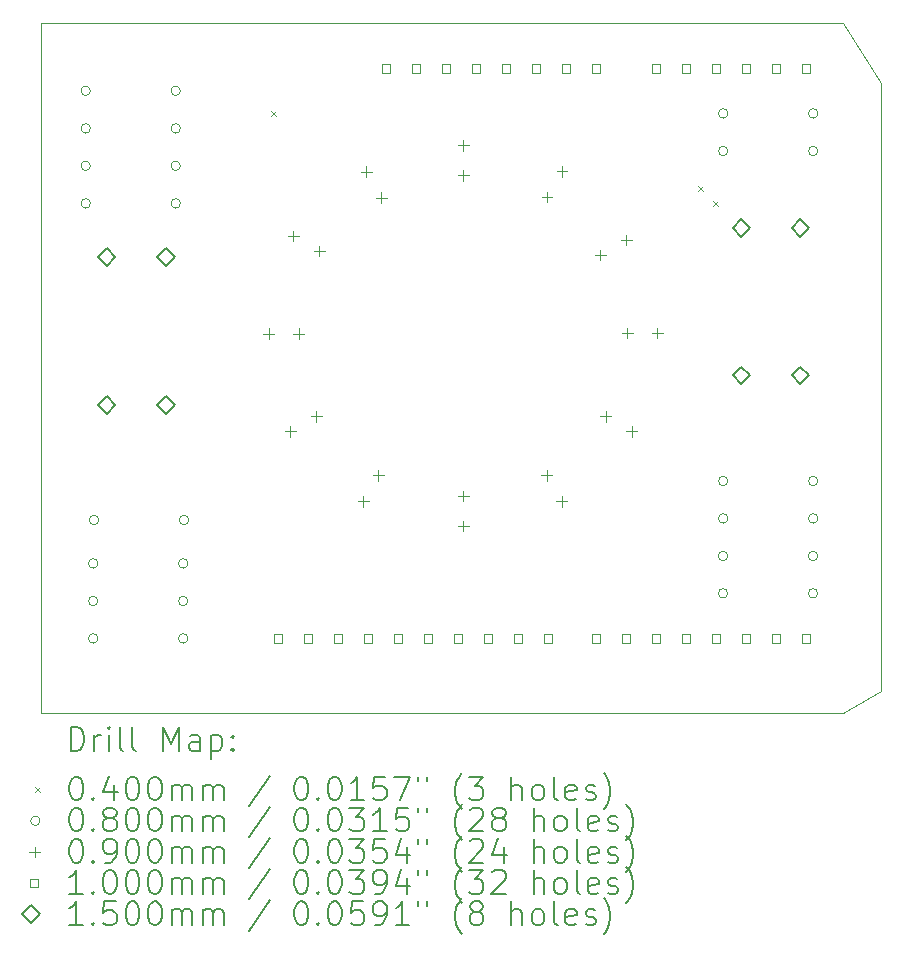
<source format=gbr>
%TF.GenerationSoftware,KiCad,Pcbnew,(6.0.7)*%
%TF.CreationDate,2022-08-22T17:27:30+09:00*%
%TF.ProjectId,LED_RL_SD,4c45445f-524c-45f5-9344-2e6b69636164,rev?*%
%TF.SameCoordinates,Original*%
%TF.FileFunction,Drillmap*%
%TF.FilePolarity,Positive*%
%FSLAX45Y45*%
G04 Gerber Fmt 4.5, Leading zero omitted, Abs format (unit mm)*
G04 Created by KiCad (PCBNEW (6.0.7)) date 2022-08-22 17:27:30*
%MOMM*%
%LPD*%
G01*
G04 APERTURE LIST*
%ADD10C,0.100000*%
%ADD11C,0.200000*%
%ADD12C,0.040000*%
%ADD13C,0.080000*%
%ADD14C,0.090000*%
%ADD15C,0.150000*%
G04 APERTURE END LIST*
D10*
X12192000Y-9461500D02*
X12192000Y-3619500D01*
X18986500Y-9461500D02*
X12192000Y-9461500D01*
X19304000Y-9271000D02*
X18986500Y-9461500D01*
X19304000Y-4127500D02*
X19304000Y-9271000D01*
X18986500Y-3619500D02*
X19304000Y-4127500D01*
X12192000Y-3619500D02*
X18986500Y-3619500D01*
D11*
D12*
X14140500Y-4361500D02*
X14180500Y-4401500D01*
X14180500Y-4361500D02*
X14140500Y-4401500D01*
X17760000Y-4996500D02*
X17800000Y-5036500D01*
X17800000Y-4996500D02*
X17760000Y-5036500D01*
X17887000Y-5123500D02*
X17927000Y-5163500D01*
X17927000Y-5123500D02*
X17887000Y-5163500D01*
D13*
X12613000Y-4191000D02*
G75*
G03*
X12613000Y-4191000I-40000J0D01*
G01*
X12613000Y-4508500D02*
G75*
G03*
X12613000Y-4508500I-40000J0D01*
G01*
X12613000Y-4826000D02*
G75*
G03*
X12613000Y-4826000I-40000J0D01*
G01*
X12613000Y-5143500D02*
G75*
G03*
X12613000Y-5143500I-40000J0D01*
G01*
X12676500Y-8191500D02*
G75*
G03*
X12676500Y-8191500I-40000J0D01*
G01*
X12676500Y-8509000D02*
G75*
G03*
X12676500Y-8509000I-40000J0D01*
G01*
X12676500Y-8826500D02*
G75*
G03*
X12676500Y-8826500I-40000J0D01*
G01*
X12684000Y-7823500D02*
G75*
G03*
X12684000Y-7823500I-40000J0D01*
G01*
X13375000Y-4191000D02*
G75*
G03*
X13375000Y-4191000I-40000J0D01*
G01*
X13375000Y-4508500D02*
G75*
G03*
X13375000Y-4508500I-40000J0D01*
G01*
X13375000Y-4826000D02*
G75*
G03*
X13375000Y-4826000I-40000J0D01*
G01*
X13375000Y-5143500D02*
G75*
G03*
X13375000Y-5143500I-40000J0D01*
G01*
X13438500Y-8191500D02*
G75*
G03*
X13438500Y-8191500I-40000J0D01*
G01*
X13438500Y-8509000D02*
G75*
G03*
X13438500Y-8509000I-40000J0D01*
G01*
X13438500Y-8826500D02*
G75*
G03*
X13438500Y-8826500I-40000J0D01*
G01*
X13446000Y-7823500D02*
G75*
G03*
X13446000Y-7823500I-40000J0D01*
G01*
X18009000Y-8128000D02*
G75*
G03*
X18009000Y-8128000I-40000J0D01*
G01*
X18009000Y-8445500D02*
G75*
G03*
X18009000Y-8445500I-40000J0D01*
G01*
X18010500Y-4381500D02*
G75*
G03*
X18010500Y-4381500I-40000J0D01*
G01*
X18010500Y-4699000D02*
G75*
G03*
X18010500Y-4699000I-40000J0D01*
G01*
X18010500Y-7493000D02*
G75*
G03*
X18010500Y-7493000I-40000J0D01*
G01*
X18010500Y-7810500D02*
G75*
G03*
X18010500Y-7810500I-40000J0D01*
G01*
X18771000Y-8128000D02*
G75*
G03*
X18771000Y-8128000I-40000J0D01*
G01*
X18771000Y-8445500D02*
G75*
G03*
X18771000Y-8445500I-40000J0D01*
G01*
X18772500Y-4381500D02*
G75*
G03*
X18772500Y-4381500I-40000J0D01*
G01*
X18772500Y-4699000D02*
G75*
G03*
X18772500Y-4699000I-40000J0D01*
G01*
X18772500Y-7493000D02*
G75*
G03*
X18772500Y-7493000I-40000J0D01*
G01*
X18772500Y-7810500D02*
G75*
G03*
X18772500Y-7810500I-40000J0D01*
G01*
D14*
X14121000Y-6200649D02*
X14121000Y-6290649D01*
X14076000Y-6245649D02*
X14166000Y-6245649D01*
X14305029Y-7027649D02*
X14305029Y-7117649D01*
X14260029Y-7072649D02*
X14350029Y-7072649D01*
X14330029Y-5373649D02*
X14330029Y-5463649D01*
X14285029Y-5418649D02*
X14375029Y-5418649D01*
X14375000Y-6200649D02*
X14375000Y-6290649D01*
X14330000Y-6245649D02*
X14420000Y-6245649D01*
X14525000Y-6900649D02*
X14525000Y-6990649D01*
X14480000Y-6945649D02*
X14570000Y-6945649D01*
X14550000Y-5500649D02*
X14550000Y-5590649D01*
X14505000Y-5545649D02*
X14595000Y-5545649D01*
X14923000Y-7620619D02*
X14923000Y-7710619D01*
X14878000Y-7665619D02*
X14968000Y-7665619D01*
X14948000Y-4830678D02*
X14948000Y-4920678D01*
X14903000Y-4875678D02*
X14993000Y-4875678D01*
X15050000Y-7400649D02*
X15050000Y-7490649D01*
X15005000Y-7445649D02*
X15095000Y-7445649D01*
X15075000Y-5050649D02*
X15075000Y-5140649D01*
X15030000Y-5095649D02*
X15120000Y-5095649D01*
X15771000Y-4607149D02*
X15771000Y-4697149D01*
X15726000Y-4652149D02*
X15816000Y-4652149D01*
X15771000Y-4861149D02*
X15771000Y-4951149D01*
X15726000Y-4906149D02*
X15816000Y-4906149D01*
X15771000Y-7575649D02*
X15771000Y-7665649D01*
X15726000Y-7620649D02*
X15816000Y-7620649D01*
X15771000Y-7829649D02*
X15771000Y-7919649D01*
X15726000Y-7874649D02*
X15816000Y-7874649D01*
X16475000Y-7400649D02*
X16475000Y-7490649D01*
X16430000Y-7445649D02*
X16520000Y-7445649D01*
X16480000Y-5045649D02*
X16480000Y-5135649D01*
X16435000Y-5090649D02*
X16525000Y-5090649D01*
X16602000Y-7620619D02*
X16602000Y-7710619D01*
X16557000Y-7665619D02*
X16647000Y-7665619D01*
X16607000Y-4825678D02*
X16607000Y-4915678D01*
X16562000Y-4870678D02*
X16652000Y-4870678D01*
X16930000Y-5535649D02*
X16930000Y-5625649D01*
X16885000Y-5580649D02*
X16975000Y-5580649D01*
X16975000Y-6900649D02*
X16975000Y-6990649D01*
X16930000Y-6945649D02*
X17020000Y-6945649D01*
X17149971Y-5408649D02*
X17149971Y-5498649D01*
X17104971Y-5453649D02*
X17194971Y-5453649D01*
X17160000Y-6194649D02*
X17160000Y-6284649D01*
X17115000Y-6239649D02*
X17205000Y-6239649D01*
X17194971Y-7027649D02*
X17194971Y-7117649D01*
X17149971Y-7072649D02*
X17239971Y-7072649D01*
X17414000Y-6194649D02*
X17414000Y-6284649D01*
X17369000Y-6239649D02*
X17459000Y-6239649D01*
D10*
X14234356Y-8861856D02*
X14234356Y-8791144D01*
X14163644Y-8791144D01*
X14163644Y-8861856D01*
X14234356Y-8861856D01*
X14488356Y-8861856D02*
X14488356Y-8791144D01*
X14417644Y-8791144D01*
X14417644Y-8861856D01*
X14488356Y-8861856D01*
X14742356Y-8861856D02*
X14742356Y-8791144D01*
X14671644Y-8791144D01*
X14671644Y-8861856D01*
X14742356Y-8861856D01*
X14996356Y-8861856D02*
X14996356Y-8791144D01*
X14925644Y-8791144D01*
X14925644Y-8861856D01*
X14996356Y-8861856D01*
X15148356Y-4035856D02*
X15148356Y-3965144D01*
X15077644Y-3965144D01*
X15077644Y-4035856D01*
X15148356Y-4035856D01*
X15250356Y-8861856D02*
X15250356Y-8791144D01*
X15179644Y-8791144D01*
X15179644Y-8861856D01*
X15250356Y-8861856D01*
X15402356Y-4035856D02*
X15402356Y-3965144D01*
X15331644Y-3965144D01*
X15331644Y-4035856D01*
X15402356Y-4035856D01*
X15504356Y-8861856D02*
X15504356Y-8791144D01*
X15433644Y-8791144D01*
X15433644Y-8861856D01*
X15504356Y-8861856D01*
X15656356Y-4035856D02*
X15656356Y-3965144D01*
X15585644Y-3965144D01*
X15585644Y-4035856D01*
X15656356Y-4035856D01*
X15758356Y-8861856D02*
X15758356Y-8791144D01*
X15687644Y-8791144D01*
X15687644Y-8861856D01*
X15758356Y-8861856D01*
X15910356Y-4035856D02*
X15910356Y-3965144D01*
X15839644Y-3965144D01*
X15839644Y-4035856D01*
X15910356Y-4035856D01*
X16012356Y-8861856D02*
X16012356Y-8791144D01*
X15941644Y-8791144D01*
X15941644Y-8861856D01*
X16012356Y-8861856D01*
X16164356Y-4035856D02*
X16164356Y-3965144D01*
X16093644Y-3965144D01*
X16093644Y-4035856D01*
X16164356Y-4035856D01*
X16266356Y-8861856D02*
X16266356Y-8791144D01*
X16195644Y-8791144D01*
X16195644Y-8861856D01*
X16266356Y-8861856D01*
X16418356Y-4035856D02*
X16418356Y-3965144D01*
X16347644Y-3965144D01*
X16347644Y-4035856D01*
X16418356Y-4035856D01*
X16520356Y-8861856D02*
X16520356Y-8791144D01*
X16449644Y-8791144D01*
X16449644Y-8861856D01*
X16520356Y-8861856D01*
X16672356Y-4035856D02*
X16672356Y-3965144D01*
X16601644Y-3965144D01*
X16601644Y-4035856D01*
X16672356Y-4035856D01*
X16926356Y-4035856D02*
X16926356Y-3965144D01*
X16855644Y-3965144D01*
X16855644Y-4035856D01*
X16926356Y-4035856D01*
X16926356Y-8861856D02*
X16926356Y-8791144D01*
X16855644Y-8791144D01*
X16855644Y-8861856D01*
X16926356Y-8861856D01*
X17180356Y-8861856D02*
X17180356Y-8791144D01*
X17109644Y-8791144D01*
X17109644Y-8861856D01*
X17180356Y-8861856D01*
X17434356Y-4035856D02*
X17434356Y-3965144D01*
X17363644Y-3965144D01*
X17363644Y-4035856D01*
X17434356Y-4035856D01*
X17434356Y-8861856D02*
X17434356Y-8791144D01*
X17363644Y-8791144D01*
X17363644Y-8861856D01*
X17434356Y-8861856D01*
X17688356Y-4035856D02*
X17688356Y-3965144D01*
X17617644Y-3965144D01*
X17617644Y-4035856D01*
X17688356Y-4035856D01*
X17688356Y-8861856D02*
X17688356Y-8791144D01*
X17617644Y-8791144D01*
X17617644Y-8861856D01*
X17688356Y-8861856D01*
X17942356Y-4035856D02*
X17942356Y-3965144D01*
X17871644Y-3965144D01*
X17871644Y-4035856D01*
X17942356Y-4035856D01*
X17942356Y-8861856D02*
X17942356Y-8791144D01*
X17871644Y-8791144D01*
X17871644Y-8861856D01*
X17942356Y-8861856D01*
X18196356Y-4035856D02*
X18196356Y-3965144D01*
X18125644Y-3965144D01*
X18125644Y-4035856D01*
X18196356Y-4035856D01*
X18196356Y-8861856D02*
X18196356Y-8791144D01*
X18125644Y-8791144D01*
X18125644Y-8861856D01*
X18196356Y-8861856D01*
X18450356Y-4035856D02*
X18450356Y-3965144D01*
X18379644Y-3965144D01*
X18379644Y-4035856D01*
X18450356Y-4035856D01*
X18450356Y-8861856D02*
X18450356Y-8791144D01*
X18379644Y-8791144D01*
X18379644Y-8861856D01*
X18450356Y-8861856D01*
X18704356Y-4035856D02*
X18704356Y-3965144D01*
X18633644Y-3965144D01*
X18633644Y-4035856D01*
X18704356Y-4035856D01*
X18704356Y-8861856D02*
X18704356Y-8791144D01*
X18633644Y-8791144D01*
X18633644Y-8861856D01*
X18704356Y-8861856D01*
D15*
X12750000Y-5673000D02*
X12825000Y-5598000D01*
X12750000Y-5523000D01*
X12675000Y-5598000D01*
X12750000Y-5673000D01*
X12750000Y-6923000D02*
X12825000Y-6848000D01*
X12750000Y-6773000D01*
X12675000Y-6848000D01*
X12750000Y-6923000D01*
X13250000Y-5673000D02*
X13325000Y-5598000D01*
X13250000Y-5523000D01*
X13175000Y-5598000D01*
X13250000Y-5673000D01*
X13250000Y-6923000D02*
X13325000Y-6848000D01*
X13250000Y-6773000D01*
X13175000Y-6848000D01*
X13250000Y-6923000D01*
X18125000Y-5425000D02*
X18200000Y-5350000D01*
X18125000Y-5275000D01*
X18050000Y-5350000D01*
X18125000Y-5425000D01*
X18125000Y-6675000D02*
X18200000Y-6600000D01*
X18125000Y-6525000D01*
X18050000Y-6600000D01*
X18125000Y-6675000D01*
X18625000Y-5425000D02*
X18700000Y-5350000D01*
X18625000Y-5275000D01*
X18550000Y-5350000D01*
X18625000Y-5425000D01*
X18625000Y-6675000D02*
X18700000Y-6600000D01*
X18625000Y-6525000D01*
X18550000Y-6600000D01*
X18625000Y-6675000D01*
D11*
X12444619Y-9776976D02*
X12444619Y-9576976D01*
X12492238Y-9576976D01*
X12520809Y-9586500D01*
X12539857Y-9605548D01*
X12549381Y-9624595D01*
X12558905Y-9662690D01*
X12558905Y-9691262D01*
X12549381Y-9729357D01*
X12539857Y-9748405D01*
X12520809Y-9767452D01*
X12492238Y-9776976D01*
X12444619Y-9776976D01*
X12644619Y-9776976D02*
X12644619Y-9643643D01*
X12644619Y-9681738D02*
X12654143Y-9662690D01*
X12663667Y-9653167D01*
X12682714Y-9643643D01*
X12701762Y-9643643D01*
X12768428Y-9776976D02*
X12768428Y-9643643D01*
X12768428Y-9576976D02*
X12758905Y-9586500D01*
X12768428Y-9596024D01*
X12777952Y-9586500D01*
X12768428Y-9576976D01*
X12768428Y-9596024D01*
X12892238Y-9776976D02*
X12873190Y-9767452D01*
X12863667Y-9748405D01*
X12863667Y-9576976D01*
X12997000Y-9776976D02*
X12977952Y-9767452D01*
X12968428Y-9748405D01*
X12968428Y-9576976D01*
X13225571Y-9776976D02*
X13225571Y-9576976D01*
X13292238Y-9719833D01*
X13358905Y-9576976D01*
X13358905Y-9776976D01*
X13539857Y-9776976D02*
X13539857Y-9672214D01*
X13530333Y-9653167D01*
X13511286Y-9643643D01*
X13473190Y-9643643D01*
X13454143Y-9653167D01*
X13539857Y-9767452D02*
X13520809Y-9776976D01*
X13473190Y-9776976D01*
X13454143Y-9767452D01*
X13444619Y-9748405D01*
X13444619Y-9729357D01*
X13454143Y-9710310D01*
X13473190Y-9700786D01*
X13520809Y-9700786D01*
X13539857Y-9691262D01*
X13635095Y-9643643D02*
X13635095Y-9843643D01*
X13635095Y-9653167D02*
X13654143Y-9643643D01*
X13692238Y-9643643D01*
X13711286Y-9653167D01*
X13720809Y-9662690D01*
X13730333Y-9681738D01*
X13730333Y-9738881D01*
X13720809Y-9757929D01*
X13711286Y-9767452D01*
X13692238Y-9776976D01*
X13654143Y-9776976D01*
X13635095Y-9767452D01*
X13816048Y-9757929D02*
X13825571Y-9767452D01*
X13816048Y-9776976D01*
X13806524Y-9767452D01*
X13816048Y-9757929D01*
X13816048Y-9776976D01*
X13816048Y-9653167D02*
X13825571Y-9662690D01*
X13816048Y-9672214D01*
X13806524Y-9662690D01*
X13816048Y-9653167D01*
X13816048Y-9672214D01*
D12*
X12147000Y-10086500D02*
X12187000Y-10126500D01*
X12187000Y-10086500D02*
X12147000Y-10126500D01*
D11*
X12482714Y-9996976D02*
X12501762Y-9996976D01*
X12520809Y-10006500D01*
X12530333Y-10016024D01*
X12539857Y-10035071D01*
X12549381Y-10073167D01*
X12549381Y-10120786D01*
X12539857Y-10158881D01*
X12530333Y-10177929D01*
X12520809Y-10187452D01*
X12501762Y-10196976D01*
X12482714Y-10196976D01*
X12463667Y-10187452D01*
X12454143Y-10177929D01*
X12444619Y-10158881D01*
X12435095Y-10120786D01*
X12435095Y-10073167D01*
X12444619Y-10035071D01*
X12454143Y-10016024D01*
X12463667Y-10006500D01*
X12482714Y-9996976D01*
X12635095Y-10177929D02*
X12644619Y-10187452D01*
X12635095Y-10196976D01*
X12625571Y-10187452D01*
X12635095Y-10177929D01*
X12635095Y-10196976D01*
X12816048Y-10063643D02*
X12816048Y-10196976D01*
X12768428Y-9987452D02*
X12720809Y-10130310D01*
X12844619Y-10130310D01*
X12958905Y-9996976D02*
X12977952Y-9996976D01*
X12997000Y-10006500D01*
X13006524Y-10016024D01*
X13016048Y-10035071D01*
X13025571Y-10073167D01*
X13025571Y-10120786D01*
X13016048Y-10158881D01*
X13006524Y-10177929D01*
X12997000Y-10187452D01*
X12977952Y-10196976D01*
X12958905Y-10196976D01*
X12939857Y-10187452D01*
X12930333Y-10177929D01*
X12920809Y-10158881D01*
X12911286Y-10120786D01*
X12911286Y-10073167D01*
X12920809Y-10035071D01*
X12930333Y-10016024D01*
X12939857Y-10006500D01*
X12958905Y-9996976D01*
X13149381Y-9996976D02*
X13168428Y-9996976D01*
X13187476Y-10006500D01*
X13197000Y-10016024D01*
X13206524Y-10035071D01*
X13216048Y-10073167D01*
X13216048Y-10120786D01*
X13206524Y-10158881D01*
X13197000Y-10177929D01*
X13187476Y-10187452D01*
X13168428Y-10196976D01*
X13149381Y-10196976D01*
X13130333Y-10187452D01*
X13120809Y-10177929D01*
X13111286Y-10158881D01*
X13101762Y-10120786D01*
X13101762Y-10073167D01*
X13111286Y-10035071D01*
X13120809Y-10016024D01*
X13130333Y-10006500D01*
X13149381Y-9996976D01*
X13301762Y-10196976D02*
X13301762Y-10063643D01*
X13301762Y-10082690D02*
X13311286Y-10073167D01*
X13330333Y-10063643D01*
X13358905Y-10063643D01*
X13377952Y-10073167D01*
X13387476Y-10092214D01*
X13387476Y-10196976D01*
X13387476Y-10092214D02*
X13397000Y-10073167D01*
X13416048Y-10063643D01*
X13444619Y-10063643D01*
X13463667Y-10073167D01*
X13473190Y-10092214D01*
X13473190Y-10196976D01*
X13568428Y-10196976D02*
X13568428Y-10063643D01*
X13568428Y-10082690D02*
X13577952Y-10073167D01*
X13597000Y-10063643D01*
X13625571Y-10063643D01*
X13644619Y-10073167D01*
X13654143Y-10092214D01*
X13654143Y-10196976D01*
X13654143Y-10092214D02*
X13663667Y-10073167D01*
X13682714Y-10063643D01*
X13711286Y-10063643D01*
X13730333Y-10073167D01*
X13739857Y-10092214D01*
X13739857Y-10196976D01*
X14130333Y-9987452D02*
X13958905Y-10244595D01*
X14387476Y-9996976D02*
X14406524Y-9996976D01*
X14425571Y-10006500D01*
X14435095Y-10016024D01*
X14444619Y-10035071D01*
X14454143Y-10073167D01*
X14454143Y-10120786D01*
X14444619Y-10158881D01*
X14435095Y-10177929D01*
X14425571Y-10187452D01*
X14406524Y-10196976D01*
X14387476Y-10196976D01*
X14368428Y-10187452D01*
X14358905Y-10177929D01*
X14349381Y-10158881D01*
X14339857Y-10120786D01*
X14339857Y-10073167D01*
X14349381Y-10035071D01*
X14358905Y-10016024D01*
X14368428Y-10006500D01*
X14387476Y-9996976D01*
X14539857Y-10177929D02*
X14549381Y-10187452D01*
X14539857Y-10196976D01*
X14530333Y-10187452D01*
X14539857Y-10177929D01*
X14539857Y-10196976D01*
X14673190Y-9996976D02*
X14692238Y-9996976D01*
X14711286Y-10006500D01*
X14720809Y-10016024D01*
X14730333Y-10035071D01*
X14739857Y-10073167D01*
X14739857Y-10120786D01*
X14730333Y-10158881D01*
X14720809Y-10177929D01*
X14711286Y-10187452D01*
X14692238Y-10196976D01*
X14673190Y-10196976D01*
X14654143Y-10187452D01*
X14644619Y-10177929D01*
X14635095Y-10158881D01*
X14625571Y-10120786D01*
X14625571Y-10073167D01*
X14635095Y-10035071D01*
X14644619Y-10016024D01*
X14654143Y-10006500D01*
X14673190Y-9996976D01*
X14930333Y-10196976D02*
X14816048Y-10196976D01*
X14873190Y-10196976D02*
X14873190Y-9996976D01*
X14854143Y-10025548D01*
X14835095Y-10044595D01*
X14816048Y-10054119D01*
X15111286Y-9996976D02*
X15016048Y-9996976D01*
X15006524Y-10092214D01*
X15016048Y-10082690D01*
X15035095Y-10073167D01*
X15082714Y-10073167D01*
X15101762Y-10082690D01*
X15111286Y-10092214D01*
X15120809Y-10111262D01*
X15120809Y-10158881D01*
X15111286Y-10177929D01*
X15101762Y-10187452D01*
X15082714Y-10196976D01*
X15035095Y-10196976D01*
X15016048Y-10187452D01*
X15006524Y-10177929D01*
X15187476Y-9996976D02*
X15320809Y-9996976D01*
X15235095Y-10196976D01*
X15387476Y-9996976D02*
X15387476Y-10035071D01*
X15463667Y-9996976D02*
X15463667Y-10035071D01*
X15758905Y-10273167D02*
X15749381Y-10263643D01*
X15730333Y-10235071D01*
X15720809Y-10216024D01*
X15711286Y-10187452D01*
X15701762Y-10139833D01*
X15701762Y-10101738D01*
X15711286Y-10054119D01*
X15720809Y-10025548D01*
X15730333Y-10006500D01*
X15749381Y-9977929D01*
X15758905Y-9968405D01*
X15816048Y-9996976D02*
X15939857Y-9996976D01*
X15873190Y-10073167D01*
X15901762Y-10073167D01*
X15920809Y-10082690D01*
X15930333Y-10092214D01*
X15939857Y-10111262D01*
X15939857Y-10158881D01*
X15930333Y-10177929D01*
X15920809Y-10187452D01*
X15901762Y-10196976D01*
X15844619Y-10196976D01*
X15825571Y-10187452D01*
X15816048Y-10177929D01*
X16177952Y-10196976D02*
X16177952Y-9996976D01*
X16263667Y-10196976D02*
X16263667Y-10092214D01*
X16254143Y-10073167D01*
X16235095Y-10063643D01*
X16206524Y-10063643D01*
X16187476Y-10073167D01*
X16177952Y-10082690D01*
X16387476Y-10196976D02*
X16368428Y-10187452D01*
X16358905Y-10177929D01*
X16349381Y-10158881D01*
X16349381Y-10101738D01*
X16358905Y-10082690D01*
X16368428Y-10073167D01*
X16387476Y-10063643D01*
X16416048Y-10063643D01*
X16435095Y-10073167D01*
X16444619Y-10082690D01*
X16454143Y-10101738D01*
X16454143Y-10158881D01*
X16444619Y-10177929D01*
X16435095Y-10187452D01*
X16416048Y-10196976D01*
X16387476Y-10196976D01*
X16568428Y-10196976D02*
X16549381Y-10187452D01*
X16539857Y-10168405D01*
X16539857Y-9996976D01*
X16720809Y-10187452D02*
X16701762Y-10196976D01*
X16663667Y-10196976D01*
X16644619Y-10187452D01*
X16635095Y-10168405D01*
X16635095Y-10092214D01*
X16644619Y-10073167D01*
X16663667Y-10063643D01*
X16701762Y-10063643D01*
X16720809Y-10073167D01*
X16730333Y-10092214D01*
X16730333Y-10111262D01*
X16635095Y-10130310D01*
X16806524Y-10187452D02*
X16825571Y-10196976D01*
X16863667Y-10196976D01*
X16882714Y-10187452D01*
X16892238Y-10168405D01*
X16892238Y-10158881D01*
X16882714Y-10139833D01*
X16863667Y-10130310D01*
X16835095Y-10130310D01*
X16816048Y-10120786D01*
X16806524Y-10101738D01*
X16806524Y-10092214D01*
X16816048Y-10073167D01*
X16835095Y-10063643D01*
X16863667Y-10063643D01*
X16882714Y-10073167D01*
X16958905Y-10273167D02*
X16968429Y-10263643D01*
X16987476Y-10235071D01*
X16997000Y-10216024D01*
X17006524Y-10187452D01*
X17016048Y-10139833D01*
X17016048Y-10101738D01*
X17006524Y-10054119D01*
X16997000Y-10025548D01*
X16987476Y-10006500D01*
X16968429Y-9977929D01*
X16958905Y-9968405D01*
D13*
X12187000Y-10370500D02*
G75*
G03*
X12187000Y-10370500I-40000J0D01*
G01*
D11*
X12482714Y-10260976D02*
X12501762Y-10260976D01*
X12520809Y-10270500D01*
X12530333Y-10280024D01*
X12539857Y-10299071D01*
X12549381Y-10337167D01*
X12549381Y-10384786D01*
X12539857Y-10422881D01*
X12530333Y-10441929D01*
X12520809Y-10451452D01*
X12501762Y-10460976D01*
X12482714Y-10460976D01*
X12463667Y-10451452D01*
X12454143Y-10441929D01*
X12444619Y-10422881D01*
X12435095Y-10384786D01*
X12435095Y-10337167D01*
X12444619Y-10299071D01*
X12454143Y-10280024D01*
X12463667Y-10270500D01*
X12482714Y-10260976D01*
X12635095Y-10441929D02*
X12644619Y-10451452D01*
X12635095Y-10460976D01*
X12625571Y-10451452D01*
X12635095Y-10441929D01*
X12635095Y-10460976D01*
X12758905Y-10346690D02*
X12739857Y-10337167D01*
X12730333Y-10327643D01*
X12720809Y-10308595D01*
X12720809Y-10299071D01*
X12730333Y-10280024D01*
X12739857Y-10270500D01*
X12758905Y-10260976D01*
X12797000Y-10260976D01*
X12816048Y-10270500D01*
X12825571Y-10280024D01*
X12835095Y-10299071D01*
X12835095Y-10308595D01*
X12825571Y-10327643D01*
X12816048Y-10337167D01*
X12797000Y-10346690D01*
X12758905Y-10346690D01*
X12739857Y-10356214D01*
X12730333Y-10365738D01*
X12720809Y-10384786D01*
X12720809Y-10422881D01*
X12730333Y-10441929D01*
X12739857Y-10451452D01*
X12758905Y-10460976D01*
X12797000Y-10460976D01*
X12816048Y-10451452D01*
X12825571Y-10441929D01*
X12835095Y-10422881D01*
X12835095Y-10384786D01*
X12825571Y-10365738D01*
X12816048Y-10356214D01*
X12797000Y-10346690D01*
X12958905Y-10260976D02*
X12977952Y-10260976D01*
X12997000Y-10270500D01*
X13006524Y-10280024D01*
X13016048Y-10299071D01*
X13025571Y-10337167D01*
X13025571Y-10384786D01*
X13016048Y-10422881D01*
X13006524Y-10441929D01*
X12997000Y-10451452D01*
X12977952Y-10460976D01*
X12958905Y-10460976D01*
X12939857Y-10451452D01*
X12930333Y-10441929D01*
X12920809Y-10422881D01*
X12911286Y-10384786D01*
X12911286Y-10337167D01*
X12920809Y-10299071D01*
X12930333Y-10280024D01*
X12939857Y-10270500D01*
X12958905Y-10260976D01*
X13149381Y-10260976D02*
X13168428Y-10260976D01*
X13187476Y-10270500D01*
X13197000Y-10280024D01*
X13206524Y-10299071D01*
X13216048Y-10337167D01*
X13216048Y-10384786D01*
X13206524Y-10422881D01*
X13197000Y-10441929D01*
X13187476Y-10451452D01*
X13168428Y-10460976D01*
X13149381Y-10460976D01*
X13130333Y-10451452D01*
X13120809Y-10441929D01*
X13111286Y-10422881D01*
X13101762Y-10384786D01*
X13101762Y-10337167D01*
X13111286Y-10299071D01*
X13120809Y-10280024D01*
X13130333Y-10270500D01*
X13149381Y-10260976D01*
X13301762Y-10460976D02*
X13301762Y-10327643D01*
X13301762Y-10346690D02*
X13311286Y-10337167D01*
X13330333Y-10327643D01*
X13358905Y-10327643D01*
X13377952Y-10337167D01*
X13387476Y-10356214D01*
X13387476Y-10460976D01*
X13387476Y-10356214D02*
X13397000Y-10337167D01*
X13416048Y-10327643D01*
X13444619Y-10327643D01*
X13463667Y-10337167D01*
X13473190Y-10356214D01*
X13473190Y-10460976D01*
X13568428Y-10460976D02*
X13568428Y-10327643D01*
X13568428Y-10346690D02*
X13577952Y-10337167D01*
X13597000Y-10327643D01*
X13625571Y-10327643D01*
X13644619Y-10337167D01*
X13654143Y-10356214D01*
X13654143Y-10460976D01*
X13654143Y-10356214D02*
X13663667Y-10337167D01*
X13682714Y-10327643D01*
X13711286Y-10327643D01*
X13730333Y-10337167D01*
X13739857Y-10356214D01*
X13739857Y-10460976D01*
X14130333Y-10251452D02*
X13958905Y-10508595D01*
X14387476Y-10260976D02*
X14406524Y-10260976D01*
X14425571Y-10270500D01*
X14435095Y-10280024D01*
X14444619Y-10299071D01*
X14454143Y-10337167D01*
X14454143Y-10384786D01*
X14444619Y-10422881D01*
X14435095Y-10441929D01*
X14425571Y-10451452D01*
X14406524Y-10460976D01*
X14387476Y-10460976D01*
X14368428Y-10451452D01*
X14358905Y-10441929D01*
X14349381Y-10422881D01*
X14339857Y-10384786D01*
X14339857Y-10337167D01*
X14349381Y-10299071D01*
X14358905Y-10280024D01*
X14368428Y-10270500D01*
X14387476Y-10260976D01*
X14539857Y-10441929D02*
X14549381Y-10451452D01*
X14539857Y-10460976D01*
X14530333Y-10451452D01*
X14539857Y-10441929D01*
X14539857Y-10460976D01*
X14673190Y-10260976D02*
X14692238Y-10260976D01*
X14711286Y-10270500D01*
X14720809Y-10280024D01*
X14730333Y-10299071D01*
X14739857Y-10337167D01*
X14739857Y-10384786D01*
X14730333Y-10422881D01*
X14720809Y-10441929D01*
X14711286Y-10451452D01*
X14692238Y-10460976D01*
X14673190Y-10460976D01*
X14654143Y-10451452D01*
X14644619Y-10441929D01*
X14635095Y-10422881D01*
X14625571Y-10384786D01*
X14625571Y-10337167D01*
X14635095Y-10299071D01*
X14644619Y-10280024D01*
X14654143Y-10270500D01*
X14673190Y-10260976D01*
X14806524Y-10260976D02*
X14930333Y-10260976D01*
X14863667Y-10337167D01*
X14892238Y-10337167D01*
X14911286Y-10346690D01*
X14920809Y-10356214D01*
X14930333Y-10375262D01*
X14930333Y-10422881D01*
X14920809Y-10441929D01*
X14911286Y-10451452D01*
X14892238Y-10460976D01*
X14835095Y-10460976D01*
X14816048Y-10451452D01*
X14806524Y-10441929D01*
X15120809Y-10460976D02*
X15006524Y-10460976D01*
X15063667Y-10460976D02*
X15063667Y-10260976D01*
X15044619Y-10289548D01*
X15025571Y-10308595D01*
X15006524Y-10318119D01*
X15301762Y-10260976D02*
X15206524Y-10260976D01*
X15197000Y-10356214D01*
X15206524Y-10346690D01*
X15225571Y-10337167D01*
X15273190Y-10337167D01*
X15292238Y-10346690D01*
X15301762Y-10356214D01*
X15311286Y-10375262D01*
X15311286Y-10422881D01*
X15301762Y-10441929D01*
X15292238Y-10451452D01*
X15273190Y-10460976D01*
X15225571Y-10460976D01*
X15206524Y-10451452D01*
X15197000Y-10441929D01*
X15387476Y-10260976D02*
X15387476Y-10299071D01*
X15463667Y-10260976D02*
X15463667Y-10299071D01*
X15758905Y-10537167D02*
X15749381Y-10527643D01*
X15730333Y-10499071D01*
X15720809Y-10480024D01*
X15711286Y-10451452D01*
X15701762Y-10403833D01*
X15701762Y-10365738D01*
X15711286Y-10318119D01*
X15720809Y-10289548D01*
X15730333Y-10270500D01*
X15749381Y-10241929D01*
X15758905Y-10232405D01*
X15825571Y-10280024D02*
X15835095Y-10270500D01*
X15854143Y-10260976D01*
X15901762Y-10260976D01*
X15920809Y-10270500D01*
X15930333Y-10280024D01*
X15939857Y-10299071D01*
X15939857Y-10318119D01*
X15930333Y-10346690D01*
X15816048Y-10460976D01*
X15939857Y-10460976D01*
X16054143Y-10346690D02*
X16035095Y-10337167D01*
X16025571Y-10327643D01*
X16016048Y-10308595D01*
X16016048Y-10299071D01*
X16025571Y-10280024D01*
X16035095Y-10270500D01*
X16054143Y-10260976D01*
X16092238Y-10260976D01*
X16111286Y-10270500D01*
X16120809Y-10280024D01*
X16130333Y-10299071D01*
X16130333Y-10308595D01*
X16120809Y-10327643D01*
X16111286Y-10337167D01*
X16092238Y-10346690D01*
X16054143Y-10346690D01*
X16035095Y-10356214D01*
X16025571Y-10365738D01*
X16016048Y-10384786D01*
X16016048Y-10422881D01*
X16025571Y-10441929D01*
X16035095Y-10451452D01*
X16054143Y-10460976D01*
X16092238Y-10460976D01*
X16111286Y-10451452D01*
X16120809Y-10441929D01*
X16130333Y-10422881D01*
X16130333Y-10384786D01*
X16120809Y-10365738D01*
X16111286Y-10356214D01*
X16092238Y-10346690D01*
X16368428Y-10460976D02*
X16368428Y-10260976D01*
X16454143Y-10460976D02*
X16454143Y-10356214D01*
X16444619Y-10337167D01*
X16425571Y-10327643D01*
X16397000Y-10327643D01*
X16377952Y-10337167D01*
X16368428Y-10346690D01*
X16577952Y-10460976D02*
X16558905Y-10451452D01*
X16549381Y-10441929D01*
X16539857Y-10422881D01*
X16539857Y-10365738D01*
X16549381Y-10346690D01*
X16558905Y-10337167D01*
X16577952Y-10327643D01*
X16606524Y-10327643D01*
X16625571Y-10337167D01*
X16635095Y-10346690D01*
X16644619Y-10365738D01*
X16644619Y-10422881D01*
X16635095Y-10441929D01*
X16625571Y-10451452D01*
X16606524Y-10460976D01*
X16577952Y-10460976D01*
X16758905Y-10460976D02*
X16739857Y-10451452D01*
X16730333Y-10432405D01*
X16730333Y-10260976D01*
X16911286Y-10451452D02*
X16892238Y-10460976D01*
X16854143Y-10460976D01*
X16835095Y-10451452D01*
X16825571Y-10432405D01*
X16825571Y-10356214D01*
X16835095Y-10337167D01*
X16854143Y-10327643D01*
X16892238Y-10327643D01*
X16911286Y-10337167D01*
X16920810Y-10356214D01*
X16920810Y-10375262D01*
X16825571Y-10394310D01*
X16997000Y-10451452D02*
X17016048Y-10460976D01*
X17054143Y-10460976D01*
X17073190Y-10451452D01*
X17082714Y-10432405D01*
X17082714Y-10422881D01*
X17073190Y-10403833D01*
X17054143Y-10394310D01*
X17025571Y-10394310D01*
X17006524Y-10384786D01*
X16997000Y-10365738D01*
X16997000Y-10356214D01*
X17006524Y-10337167D01*
X17025571Y-10327643D01*
X17054143Y-10327643D01*
X17073190Y-10337167D01*
X17149381Y-10537167D02*
X17158905Y-10527643D01*
X17177952Y-10499071D01*
X17187476Y-10480024D01*
X17197000Y-10451452D01*
X17206524Y-10403833D01*
X17206524Y-10365738D01*
X17197000Y-10318119D01*
X17187476Y-10289548D01*
X17177952Y-10270500D01*
X17158905Y-10241929D01*
X17149381Y-10232405D01*
D14*
X12142000Y-10589500D02*
X12142000Y-10679500D01*
X12097000Y-10634500D02*
X12187000Y-10634500D01*
D11*
X12482714Y-10524976D02*
X12501762Y-10524976D01*
X12520809Y-10534500D01*
X12530333Y-10544024D01*
X12539857Y-10563071D01*
X12549381Y-10601167D01*
X12549381Y-10648786D01*
X12539857Y-10686881D01*
X12530333Y-10705929D01*
X12520809Y-10715452D01*
X12501762Y-10724976D01*
X12482714Y-10724976D01*
X12463667Y-10715452D01*
X12454143Y-10705929D01*
X12444619Y-10686881D01*
X12435095Y-10648786D01*
X12435095Y-10601167D01*
X12444619Y-10563071D01*
X12454143Y-10544024D01*
X12463667Y-10534500D01*
X12482714Y-10524976D01*
X12635095Y-10705929D02*
X12644619Y-10715452D01*
X12635095Y-10724976D01*
X12625571Y-10715452D01*
X12635095Y-10705929D01*
X12635095Y-10724976D01*
X12739857Y-10724976D02*
X12777952Y-10724976D01*
X12797000Y-10715452D01*
X12806524Y-10705929D01*
X12825571Y-10677357D01*
X12835095Y-10639262D01*
X12835095Y-10563071D01*
X12825571Y-10544024D01*
X12816048Y-10534500D01*
X12797000Y-10524976D01*
X12758905Y-10524976D01*
X12739857Y-10534500D01*
X12730333Y-10544024D01*
X12720809Y-10563071D01*
X12720809Y-10610690D01*
X12730333Y-10629738D01*
X12739857Y-10639262D01*
X12758905Y-10648786D01*
X12797000Y-10648786D01*
X12816048Y-10639262D01*
X12825571Y-10629738D01*
X12835095Y-10610690D01*
X12958905Y-10524976D02*
X12977952Y-10524976D01*
X12997000Y-10534500D01*
X13006524Y-10544024D01*
X13016048Y-10563071D01*
X13025571Y-10601167D01*
X13025571Y-10648786D01*
X13016048Y-10686881D01*
X13006524Y-10705929D01*
X12997000Y-10715452D01*
X12977952Y-10724976D01*
X12958905Y-10724976D01*
X12939857Y-10715452D01*
X12930333Y-10705929D01*
X12920809Y-10686881D01*
X12911286Y-10648786D01*
X12911286Y-10601167D01*
X12920809Y-10563071D01*
X12930333Y-10544024D01*
X12939857Y-10534500D01*
X12958905Y-10524976D01*
X13149381Y-10524976D02*
X13168428Y-10524976D01*
X13187476Y-10534500D01*
X13197000Y-10544024D01*
X13206524Y-10563071D01*
X13216048Y-10601167D01*
X13216048Y-10648786D01*
X13206524Y-10686881D01*
X13197000Y-10705929D01*
X13187476Y-10715452D01*
X13168428Y-10724976D01*
X13149381Y-10724976D01*
X13130333Y-10715452D01*
X13120809Y-10705929D01*
X13111286Y-10686881D01*
X13101762Y-10648786D01*
X13101762Y-10601167D01*
X13111286Y-10563071D01*
X13120809Y-10544024D01*
X13130333Y-10534500D01*
X13149381Y-10524976D01*
X13301762Y-10724976D02*
X13301762Y-10591643D01*
X13301762Y-10610690D02*
X13311286Y-10601167D01*
X13330333Y-10591643D01*
X13358905Y-10591643D01*
X13377952Y-10601167D01*
X13387476Y-10620214D01*
X13387476Y-10724976D01*
X13387476Y-10620214D02*
X13397000Y-10601167D01*
X13416048Y-10591643D01*
X13444619Y-10591643D01*
X13463667Y-10601167D01*
X13473190Y-10620214D01*
X13473190Y-10724976D01*
X13568428Y-10724976D02*
X13568428Y-10591643D01*
X13568428Y-10610690D02*
X13577952Y-10601167D01*
X13597000Y-10591643D01*
X13625571Y-10591643D01*
X13644619Y-10601167D01*
X13654143Y-10620214D01*
X13654143Y-10724976D01*
X13654143Y-10620214D02*
X13663667Y-10601167D01*
X13682714Y-10591643D01*
X13711286Y-10591643D01*
X13730333Y-10601167D01*
X13739857Y-10620214D01*
X13739857Y-10724976D01*
X14130333Y-10515452D02*
X13958905Y-10772595D01*
X14387476Y-10524976D02*
X14406524Y-10524976D01*
X14425571Y-10534500D01*
X14435095Y-10544024D01*
X14444619Y-10563071D01*
X14454143Y-10601167D01*
X14454143Y-10648786D01*
X14444619Y-10686881D01*
X14435095Y-10705929D01*
X14425571Y-10715452D01*
X14406524Y-10724976D01*
X14387476Y-10724976D01*
X14368428Y-10715452D01*
X14358905Y-10705929D01*
X14349381Y-10686881D01*
X14339857Y-10648786D01*
X14339857Y-10601167D01*
X14349381Y-10563071D01*
X14358905Y-10544024D01*
X14368428Y-10534500D01*
X14387476Y-10524976D01*
X14539857Y-10705929D02*
X14549381Y-10715452D01*
X14539857Y-10724976D01*
X14530333Y-10715452D01*
X14539857Y-10705929D01*
X14539857Y-10724976D01*
X14673190Y-10524976D02*
X14692238Y-10524976D01*
X14711286Y-10534500D01*
X14720809Y-10544024D01*
X14730333Y-10563071D01*
X14739857Y-10601167D01*
X14739857Y-10648786D01*
X14730333Y-10686881D01*
X14720809Y-10705929D01*
X14711286Y-10715452D01*
X14692238Y-10724976D01*
X14673190Y-10724976D01*
X14654143Y-10715452D01*
X14644619Y-10705929D01*
X14635095Y-10686881D01*
X14625571Y-10648786D01*
X14625571Y-10601167D01*
X14635095Y-10563071D01*
X14644619Y-10544024D01*
X14654143Y-10534500D01*
X14673190Y-10524976D01*
X14806524Y-10524976D02*
X14930333Y-10524976D01*
X14863667Y-10601167D01*
X14892238Y-10601167D01*
X14911286Y-10610690D01*
X14920809Y-10620214D01*
X14930333Y-10639262D01*
X14930333Y-10686881D01*
X14920809Y-10705929D01*
X14911286Y-10715452D01*
X14892238Y-10724976D01*
X14835095Y-10724976D01*
X14816048Y-10715452D01*
X14806524Y-10705929D01*
X15111286Y-10524976D02*
X15016048Y-10524976D01*
X15006524Y-10620214D01*
X15016048Y-10610690D01*
X15035095Y-10601167D01*
X15082714Y-10601167D01*
X15101762Y-10610690D01*
X15111286Y-10620214D01*
X15120809Y-10639262D01*
X15120809Y-10686881D01*
X15111286Y-10705929D01*
X15101762Y-10715452D01*
X15082714Y-10724976D01*
X15035095Y-10724976D01*
X15016048Y-10715452D01*
X15006524Y-10705929D01*
X15292238Y-10591643D02*
X15292238Y-10724976D01*
X15244619Y-10515452D02*
X15197000Y-10658310D01*
X15320809Y-10658310D01*
X15387476Y-10524976D02*
X15387476Y-10563071D01*
X15463667Y-10524976D02*
X15463667Y-10563071D01*
X15758905Y-10801167D02*
X15749381Y-10791643D01*
X15730333Y-10763071D01*
X15720809Y-10744024D01*
X15711286Y-10715452D01*
X15701762Y-10667833D01*
X15701762Y-10629738D01*
X15711286Y-10582119D01*
X15720809Y-10553548D01*
X15730333Y-10534500D01*
X15749381Y-10505929D01*
X15758905Y-10496405D01*
X15825571Y-10544024D02*
X15835095Y-10534500D01*
X15854143Y-10524976D01*
X15901762Y-10524976D01*
X15920809Y-10534500D01*
X15930333Y-10544024D01*
X15939857Y-10563071D01*
X15939857Y-10582119D01*
X15930333Y-10610690D01*
X15816048Y-10724976D01*
X15939857Y-10724976D01*
X16111286Y-10591643D02*
X16111286Y-10724976D01*
X16063667Y-10515452D02*
X16016048Y-10658310D01*
X16139857Y-10658310D01*
X16368428Y-10724976D02*
X16368428Y-10524976D01*
X16454143Y-10724976D02*
X16454143Y-10620214D01*
X16444619Y-10601167D01*
X16425571Y-10591643D01*
X16397000Y-10591643D01*
X16377952Y-10601167D01*
X16368428Y-10610690D01*
X16577952Y-10724976D02*
X16558905Y-10715452D01*
X16549381Y-10705929D01*
X16539857Y-10686881D01*
X16539857Y-10629738D01*
X16549381Y-10610690D01*
X16558905Y-10601167D01*
X16577952Y-10591643D01*
X16606524Y-10591643D01*
X16625571Y-10601167D01*
X16635095Y-10610690D01*
X16644619Y-10629738D01*
X16644619Y-10686881D01*
X16635095Y-10705929D01*
X16625571Y-10715452D01*
X16606524Y-10724976D01*
X16577952Y-10724976D01*
X16758905Y-10724976D02*
X16739857Y-10715452D01*
X16730333Y-10696405D01*
X16730333Y-10524976D01*
X16911286Y-10715452D02*
X16892238Y-10724976D01*
X16854143Y-10724976D01*
X16835095Y-10715452D01*
X16825571Y-10696405D01*
X16825571Y-10620214D01*
X16835095Y-10601167D01*
X16854143Y-10591643D01*
X16892238Y-10591643D01*
X16911286Y-10601167D01*
X16920810Y-10620214D01*
X16920810Y-10639262D01*
X16825571Y-10658310D01*
X16997000Y-10715452D02*
X17016048Y-10724976D01*
X17054143Y-10724976D01*
X17073190Y-10715452D01*
X17082714Y-10696405D01*
X17082714Y-10686881D01*
X17073190Y-10667833D01*
X17054143Y-10658310D01*
X17025571Y-10658310D01*
X17006524Y-10648786D01*
X16997000Y-10629738D01*
X16997000Y-10620214D01*
X17006524Y-10601167D01*
X17025571Y-10591643D01*
X17054143Y-10591643D01*
X17073190Y-10601167D01*
X17149381Y-10801167D02*
X17158905Y-10791643D01*
X17177952Y-10763071D01*
X17187476Y-10744024D01*
X17197000Y-10715452D01*
X17206524Y-10667833D01*
X17206524Y-10629738D01*
X17197000Y-10582119D01*
X17187476Y-10553548D01*
X17177952Y-10534500D01*
X17158905Y-10505929D01*
X17149381Y-10496405D01*
D10*
X12172356Y-10933856D02*
X12172356Y-10863144D01*
X12101644Y-10863144D01*
X12101644Y-10933856D01*
X12172356Y-10933856D01*
D11*
X12549381Y-10988976D02*
X12435095Y-10988976D01*
X12492238Y-10988976D02*
X12492238Y-10788976D01*
X12473190Y-10817548D01*
X12454143Y-10836595D01*
X12435095Y-10846119D01*
X12635095Y-10969929D02*
X12644619Y-10979452D01*
X12635095Y-10988976D01*
X12625571Y-10979452D01*
X12635095Y-10969929D01*
X12635095Y-10988976D01*
X12768428Y-10788976D02*
X12787476Y-10788976D01*
X12806524Y-10798500D01*
X12816048Y-10808024D01*
X12825571Y-10827071D01*
X12835095Y-10865167D01*
X12835095Y-10912786D01*
X12825571Y-10950881D01*
X12816048Y-10969929D01*
X12806524Y-10979452D01*
X12787476Y-10988976D01*
X12768428Y-10988976D01*
X12749381Y-10979452D01*
X12739857Y-10969929D01*
X12730333Y-10950881D01*
X12720809Y-10912786D01*
X12720809Y-10865167D01*
X12730333Y-10827071D01*
X12739857Y-10808024D01*
X12749381Y-10798500D01*
X12768428Y-10788976D01*
X12958905Y-10788976D02*
X12977952Y-10788976D01*
X12997000Y-10798500D01*
X13006524Y-10808024D01*
X13016048Y-10827071D01*
X13025571Y-10865167D01*
X13025571Y-10912786D01*
X13016048Y-10950881D01*
X13006524Y-10969929D01*
X12997000Y-10979452D01*
X12977952Y-10988976D01*
X12958905Y-10988976D01*
X12939857Y-10979452D01*
X12930333Y-10969929D01*
X12920809Y-10950881D01*
X12911286Y-10912786D01*
X12911286Y-10865167D01*
X12920809Y-10827071D01*
X12930333Y-10808024D01*
X12939857Y-10798500D01*
X12958905Y-10788976D01*
X13149381Y-10788976D02*
X13168428Y-10788976D01*
X13187476Y-10798500D01*
X13197000Y-10808024D01*
X13206524Y-10827071D01*
X13216048Y-10865167D01*
X13216048Y-10912786D01*
X13206524Y-10950881D01*
X13197000Y-10969929D01*
X13187476Y-10979452D01*
X13168428Y-10988976D01*
X13149381Y-10988976D01*
X13130333Y-10979452D01*
X13120809Y-10969929D01*
X13111286Y-10950881D01*
X13101762Y-10912786D01*
X13101762Y-10865167D01*
X13111286Y-10827071D01*
X13120809Y-10808024D01*
X13130333Y-10798500D01*
X13149381Y-10788976D01*
X13301762Y-10988976D02*
X13301762Y-10855643D01*
X13301762Y-10874690D02*
X13311286Y-10865167D01*
X13330333Y-10855643D01*
X13358905Y-10855643D01*
X13377952Y-10865167D01*
X13387476Y-10884214D01*
X13387476Y-10988976D01*
X13387476Y-10884214D02*
X13397000Y-10865167D01*
X13416048Y-10855643D01*
X13444619Y-10855643D01*
X13463667Y-10865167D01*
X13473190Y-10884214D01*
X13473190Y-10988976D01*
X13568428Y-10988976D02*
X13568428Y-10855643D01*
X13568428Y-10874690D02*
X13577952Y-10865167D01*
X13597000Y-10855643D01*
X13625571Y-10855643D01*
X13644619Y-10865167D01*
X13654143Y-10884214D01*
X13654143Y-10988976D01*
X13654143Y-10884214D02*
X13663667Y-10865167D01*
X13682714Y-10855643D01*
X13711286Y-10855643D01*
X13730333Y-10865167D01*
X13739857Y-10884214D01*
X13739857Y-10988976D01*
X14130333Y-10779452D02*
X13958905Y-11036595D01*
X14387476Y-10788976D02*
X14406524Y-10788976D01*
X14425571Y-10798500D01*
X14435095Y-10808024D01*
X14444619Y-10827071D01*
X14454143Y-10865167D01*
X14454143Y-10912786D01*
X14444619Y-10950881D01*
X14435095Y-10969929D01*
X14425571Y-10979452D01*
X14406524Y-10988976D01*
X14387476Y-10988976D01*
X14368428Y-10979452D01*
X14358905Y-10969929D01*
X14349381Y-10950881D01*
X14339857Y-10912786D01*
X14339857Y-10865167D01*
X14349381Y-10827071D01*
X14358905Y-10808024D01*
X14368428Y-10798500D01*
X14387476Y-10788976D01*
X14539857Y-10969929D02*
X14549381Y-10979452D01*
X14539857Y-10988976D01*
X14530333Y-10979452D01*
X14539857Y-10969929D01*
X14539857Y-10988976D01*
X14673190Y-10788976D02*
X14692238Y-10788976D01*
X14711286Y-10798500D01*
X14720809Y-10808024D01*
X14730333Y-10827071D01*
X14739857Y-10865167D01*
X14739857Y-10912786D01*
X14730333Y-10950881D01*
X14720809Y-10969929D01*
X14711286Y-10979452D01*
X14692238Y-10988976D01*
X14673190Y-10988976D01*
X14654143Y-10979452D01*
X14644619Y-10969929D01*
X14635095Y-10950881D01*
X14625571Y-10912786D01*
X14625571Y-10865167D01*
X14635095Y-10827071D01*
X14644619Y-10808024D01*
X14654143Y-10798500D01*
X14673190Y-10788976D01*
X14806524Y-10788976D02*
X14930333Y-10788976D01*
X14863667Y-10865167D01*
X14892238Y-10865167D01*
X14911286Y-10874690D01*
X14920809Y-10884214D01*
X14930333Y-10903262D01*
X14930333Y-10950881D01*
X14920809Y-10969929D01*
X14911286Y-10979452D01*
X14892238Y-10988976D01*
X14835095Y-10988976D01*
X14816048Y-10979452D01*
X14806524Y-10969929D01*
X15025571Y-10988976D02*
X15063667Y-10988976D01*
X15082714Y-10979452D01*
X15092238Y-10969929D01*
X15111286Y-10941357D01*
X15120809Y-10903262D01*
X15120809Y-10827071D01*
X15111286Y-10808024D01*
X15101762Y-10798500D01*
X15082714Y-10788976D01*
X15044619Y-10788976D01*
X15025571Y-10798500D01*
X15016048Y-10808024D01*
X15006524Y-10827071D01*
X15006524Y-10874690D01*
X15016048Y-10893738D01*
X15025571Y-10903262D01*
X15044619Y-10912786D01*
X15082714Y-10912786D01*
X15101762Y-10903262D01*
X15111286Y-10893738D01*
X15120809Y-10874690D01*
X15292238Y-10855643D02*
X15292238Y-10988976D01*
X15244619Y-10779452D02*
X15197000Y-10922310D01*
X15320809Y-10922310D01*
X15387476Y-10788976D02*
X15387476Y-10827071D01*
X15463667Y-10788976D02*
X15463667Y-10827071D01*
X15758905Y-11065167D02*
X15749381Y-11055643D01*
X15730333Y-11027071D01*
X15720809Y-11008024D01*
X15711286Y-10979452D01*
X15701762Y-10931833D01*
X15701762Y-10893738D01*
X15711286Y-10846119D01*
X15720809Y-10817548D01*
X15730333Y-10798500D01*
X15749381Y-10769929D01*
X15758905Y-10760405D01*
X15816048Y-10788976D02*
X15939857Y-10788976D01*
X15873190Y-10865167D01*
X15901762Y-10865167D01*
X15920809Y-10874690D01*
X15930333Y-10884214D01*
X15939857Y-10903262D01*
X15939857Y-10950881D01*
X15930333Y-10969929D01*
X15920809Y-10979452D01*
X15901762Y-10988976D01*
X15844619Y-10988976D01*
X15825571Y-10979452D01*
X15816048Y-10969929D01*
X16016048Y-10808024D02*
X16025571Y-10798500D01*
X16044619Y-10788976D01*
X16092238Y-10788976D01*
X16111286Y-10798500D01*
X16120809Y-10808024D01*
X16130333Y-10827071D01*
X16130333Y-10846119D01*
X16120809Y-10874690D01*
X16006524Y-10988976D01*
X16130333Y-10988976D01*
X16368428Y-10988976D02*
X16368428Y-10788976D01*
X16454143Y-10988976D02*
X16454143Y-10884214D01*
X16444619Y-10865167D01*
X16425571Y-10855643D01*
X16397000Y-10855643D01*
X16377952Y-10865167D01*
X16368428Y-10874690D01*
X16577952Y-10988976D02*
X16558905Y-10979452D01*
X16549381Y-10969929D01*
X16539857Y-10950881D01*
X16539857Y-10893738D01*
X16549381Y-10874690D01*
X16558905Y-10865167D01*
X16577952Y-10855643D01*
X16606524Y-10855643D01*
X16625571Y-10865167D01*
X16635095Y-10874690D01*
X16644619Y-10893738D01*
X16644619Y-10950881D01*
X16635095Y-10969929D01*
X16625571Y-10979452D01*
X16606524Y-10988976D01*
X16577952Y-10988976D01*
X16758905Y-10988976D02*
X16739857Y-10979452D01*
X16730333Y-10960405D01*
X16730333Y-10788976D01*
X16911286Y-10979452D02*
X16892238Y-10988976D01*
X16854143Y-10988976D01*
X16835095Y-10979452D01*
X16825571Y-10960405D01*
X16825571Y-10884214D01*
X16835095Y-10865167D01*
X16854143Y-10855643D01*
X16892238Y-10855643D01*
X16911286Y-10865167D01*
X16920810Y-10884214D01*
X16920810Y-10903262D01*
X16825571Y-10922310D01*
X16997000Y-10979452D02*
X17016048Y-10988976D01*
X17054143Y-10988976D01*
X17073190Y-10979452D01*
X17082714Y-10960405D01*
X17082714Y-10950881D01*
X17073190Y-10931833D01*
X17054143Y-10922310D01*
X17025571Y-10922310D01*
X17006524Y-10912786D01*
X16997000Y-10893738D01*
X16997000Y-10884214D01*
X17006524Y-10865167D01*
X17025571Y-10855643D01*
X17054143Y-10855643D01*
X17073190Y-10865167D01*
X17149381Y-11065167D02*
X17158905Y-11055643D01*
X17177952Y-11027071D01*
X17187476Y-11008024D01*
X17197000Y-10979452D01*
X17206524Y-10931833D01*
X17206524Y-10893738D01*
X17197000Y-10846119D01*
X17187476Y-10817548D01*
X17177952Y-10798500D01*
X17158905Y-10769929D01*
X17149381Y-10760405D01*
D15*
X12112000Y-11237500D02*
X12187000Y-11162500D01*
X12112000Y-11087500D01*
X12037000Y-11162500D01*
X12112000Y-11237500D01*
D11*
X12549381Y-11252976D02*
X12435095Y-11252976D01*
X12492238Y-11252976D02*
X12492238Y-11052976D01*
X12473190Y-11081548D01*
X12454143Y-11100595D01*
X12435095Y-11110119D01*
X12635095Y-11233928D02*
X12644619Y-11243452D01*
X12635095Y-11252976D01*
X12625571Y-11243452D01*
X12635095Y-11233928D01*
X12635095Y-11252976D01*
X12825571Y-11052976D02*
X12730333Y-11052976D01*
X12720809Y-11148214D01*
X12730333Y-11138690D01*
X12749381Y-11129167D01*
X12797000Y-11129167D01*
X12816048Y-11138690D01*
X12825571Y-11148214D01*
X12835095Y-11167262D01*
X12835095Y-11214881D01*
X12825571Y-11233928D01*
X12816048Y-11243452D01*
X12797000Y-11252976D01*
X12749381Y-11252976D01*
X12730333Y-11243452D01*
X12720809Y-11233928D01*
X12958905Y-11052976D02*
X12977952Y-11052976D01*
X12997000Y-11062500D01*
X13006524Y-11072024D01*
X13016048Y-11091071D01*
X13025571Y-11129167D01*
X13025571Y-11176786D01*
X13016048Y-11214881D01*
X13006524Y-11233928D01*
X12997000Y-11243452D01*
X12977952Y-11252976D01*
X12958905Y-11252976D01*
X12939857Y-11243452D01*
X12930333Y-11233928D01*
X12920809Y-11214881D01*
X12911286Y-11176786D01*
X12911286Y-11129167D01*
X12920809Y-11091071D01*
X12930333Y-11072024D01*
X12939857Y-11062500D01*
X12958905Y-11052976D01*
X13149381Y-11052976D02*
X13168428Y-11052976D01*
X13187476Y-11062500D01*
X13197000Y-11072024D01*
X13206524Y-11091071D01*
X13216048Y-11129167D01*
X13216048Y-11176786D01*
X13206524Y-11214881D01*
X13197000Y-11233928D01*
X13187476Y-11243452D01*
X13168428Y-11252976D01*
X13149381Y-11252976D01*
X13130333Y-11243452D01*
X13120809Y-11233928D01*
X13111286Y-11214881D01*
X13101762Y-11176786D01*
X13101762Y-11129167D01*
X13111286Y-11091071D01*
X13120809Y-11072024D01*
X13130333Y-11062500D01*
X13149381Y-11052976D01*
X13301762Y-11252976D02*
X13301762Y-11119643D01*
X13301762Y-11138690D02*
X13311286Y-11129167D01*
X13330333Y-11119643D01*
X13358905Y-11119643D01*
X13377952Y-11129167D01*
X13387476Y-11148214D01*
X13387476Y-11252976D01*
X13387476Y-11148214D02*
X13397000Y-11129167D01*
X13416048Y-11119643D01*
X13444619Y-11119643D01*
X13463667Y-11129167D01*
X13473190Y-11148214D01*
X13473190Y-11252976D01*
X13568428Y-11252976D02*
X13568428Y-11119643D01*
X13568428Y-11138690D02*
X13577952Y-11129167D01*
X13597000Y-11119643D01*
X13625571Y-11119643D01*
X13644619Y-11129167D01*
X13654143Y-11148214D01*
X13654143Y-11252976D01*
X13654143Y-11148214D02*
X13663667Y-11129167D01*
X13682714Y-11119643D01*
X13711286Y-11119643D01*
X13730333Y-11129167D01*
X13739857Y-11148214D01*
X13739857Y-11252976D01*
X14130333Y-11043452D02*
X13958905Y-11300595D01*
X14387476Y-11052976D02*
X14406524Y-11052976D01*
X14425571Y-11062500D01*
X14435095Y-11072024D01*
X14444619Y-11091071D01*
X14454143Y-11129167D01*
X14454143Y-11176786D01*
X14444619Y-11214881D01*
X14435095Y-11233928D01*
X14425571Y-11243452D01*
X14406524Y-11252976D01*
X14387476Y-11252976D01*
X14368428Y-11243452D01*
X14358905Y-11233928D01*
X14349381Y-11214881D01*
X14339857Y-11176786D01*
X14339857Y-11129167D01*
X14349381Y-11091071D01*
X14358905Y-11072024D01*
X14368428Y-11062500D01*
X14387476Y-11052976D01*
X14539857Y-11233928D02*
X14549381Y-11243452D01*
X14539857Y-11252976D01*
X14530333Y-11243452D01*
X14539857Y-11233928D01*
X14539857Y-11252976D01*
X14673190Y-11052976D02*
X14692238Y-11052976D01*
X14711286Y-11062500D01*
X14720809Y-11072024D01*
X14730333Y-11091071D01*
X14739857Y-11129167D01*
X14739857Y-11176786D01*
X14730333Y-11214881D01*
X14720809Y-11233928D01*
X14711286Y-11243452D01*
X14692238Y-11252976D01*
X14673190Y-11252976D01*
X14654143Y-11243452D01*
X14644619Y-11233928D01*
X14635095Y-11214881D01*
X14625571Y-11176786D01*
X14625571Y-11129167D01*
X14635095Y-11091071D01*
X14644619Y-11072024D01*
X14654143Y-11062500D01*
X14673190Y-11052976D01*
X14920809Y-11052976D02*
X14825571Y-11052976D01*
X14816048Y-11148214D01*
X14825571Y-11138690D01*
X14844619Y-11129167D01*
X14892238Y-11129167D01*
X14911286Y-11138690D01*
X14920809Y-11148214D01*
X14930333Y-11167262D01*
X14930333Y-11214881D01*
X14920809Y-11233928D01*
X14911286Y-11243452D01*
X14892238Y-11252976D01*
X14844619Y-11252976D01*
X14825571Y-11243452D01*
X14816048Y-11233928D01*
X15025571Y-11252976D02*
X15063667Y-11252976D01*
X15082714Y-11243452D01*
X15092238Y-11233928D01*
X15111286Y-11205357D01*
X15120809Y-11167262D01*
X15120809Y-11091071D01*
X15111286Y-11072024D01*
X15101762Y-11062500D01*
X15082714Y-11052976D01*
X15044619Y-11052976D01*
X15025571Y-11062500D01*
X15016048Y-11072024D01*
X15006524Y-11091071D01*
X15006524Y-11138690D01*
X15016048Y-11157738D01*
X15025571Y-11167262D01*
X15044619Y-11176786D01*
X15082714Y-11176786D01*
X15101762Y-11167262D01*
X15111286Y-11157738D01*
X15120809Y-11138690D01*
X15311286Y-11252976D02*
X15197000Y-11252976D01*
X15254143Y-11252976D02*
X15254143Y-11052976D01*
X15235095Y-11081548D01*
X15216048Y-11100595D01*
X15197000Y-11110119D01*
X15387476Y-11052976D02*
X15387476Y-11091071D01*
X15463667Y-11052976D02*
X15463667Y-11091071D01*
X15758905Y-11329167D02*
X15749381Y-11319643D01*
X15730333Y-11291071D01*
X15720809Y-11272024D01*
X15711286Y-11243452D01*
X15701762Y-11195833D01*
X15701762Y-11157738D01*
X15711286Y-11110119D01*
X15720809Y-11081548D01*
X15730333Y-11062500D01*
X15749381Y-11033929D01*
X15758905Y-11024405D01*
X15863667Y-11138690D02*
X15844619Y-11129167D01*
X15835095Y-11119643D01*
X15825571Y-11100595D01*
X15825571Y-11091071D01*
X15835095Y-11072024D01*
X15844619Y-11062500D01*
X15863667Y-11052976D01*
X15901762Y-11052976D01*
X15920809Y-11062500D01*
X15930333Y-11072024D01*
X15939857Y-11091071D01*
X15939857Y-11100595D01*
X15930333Y-11119643D01*
X15920809Y-11129167D01*
X15901762Y-11138690D01*
X15863667Y-11138690D01*
X15844619Y-11148214D01*
X15835095Y-11157738D01*
X15825571Y-11176786D01*
X15825571Y-11214881D01*
X15835095Y-11233928D01*
X15844619Y-11243452D01*
X15863667Y-11252976D01*
X15901762Y-11252976D01*
X15920809Y-11243452D01*
X15930333Y-11233928D01*
X15939857Y-11214881D01*
X15939857Y-11176786D01*
X15930333Y-11157738D01*
X15920809Y-11148214D01*
X15901762Y-11138690D01*
X16177952Y-11252976D02*
X16177952Y-11052976D01*
X16263667Y-11252976D02*
X16263667Y-11148214D01*
X16254143Y-11129167D01*
X16235095Y-11119643D01*
X16206524Y-11119643D01*
X16187476Y-11129167D01*
X16177952Y-11138690D01*
X16387476Y-11252976D02*
X16368428Y-11243452D01*
X16358905Y-11233928D01*
X16349381Y-11214881D01*
X16349381Y-11157738D01*
X16358905Y-11138690D01*
X16368428Y-11129167D01*
X16387476Y-11119643D01*
X16416048Y-11119643D01*
X16435095Y-11129167D01*
X16444619Y-11138690D01*
X16454143Y-11157738D01*
X16454143Y-11214881D01*
X16444619Y-11233928D01*
X16435095Y-11243452D01*
X16416048Y-11252976D01*
X16387476Y-11252976D01*
X16568428Y-11252976D02*
X16549381Y-11243452D01*
X16539857Y-11224405D01*
X16539857Y-11052976D01*
X16720809Y-11243452D02*
X16701762Y-11252976D01*
X16663667Y-11252976D01*
X16644619Y-11243452D01*
X16635095Y-11224405D01*
X16635095Y-11148214D01*
X16644619Y-11129167D01*
X16663667Y-11119643D01*
X16701762Y-11119643D01*
X16720809Y-11129167D01*
X16730333Y-11148214D01*
X16730333Y-11167262D01*
X16635095Y-11186309D01*
X16806524Y-11243452D02*
X16825571Y-11252976D01*
X16863667Y-11252976D01*
X16882714Y-11243452D01*
X16892238Y-11224405D01*
X16892238Y-11214881D01*
X16882714Y-11195833D01*
X16863667Y-11186309D01*
X16835095Y-11186309D01*
X16816048Y-11176786D01*
X16806524Y-11157738D01*
X16806524Y-11148214D01*
X16816048Y-11129167D01*
X16835095Y-11119643D01*
X16863667Y-11119643D01*
X16882714Y-11129167D01*
X16958905Y-11329167D02*
X16968429Y-11319643D01*
X16987476Y-11291071D01*
X16997000Y-11272024D01*
X17006524Y-11243452D01*
X17016048Y-11195833D01*
X17016048Y-11157738D01*
X17006524Y-11110119D01*
X16997000Y-11081548D01*
X16987476Y-11062500D01*
X16968429Y-11033929D01*
X16958905Y-11024405D01*
M02*

</source>
